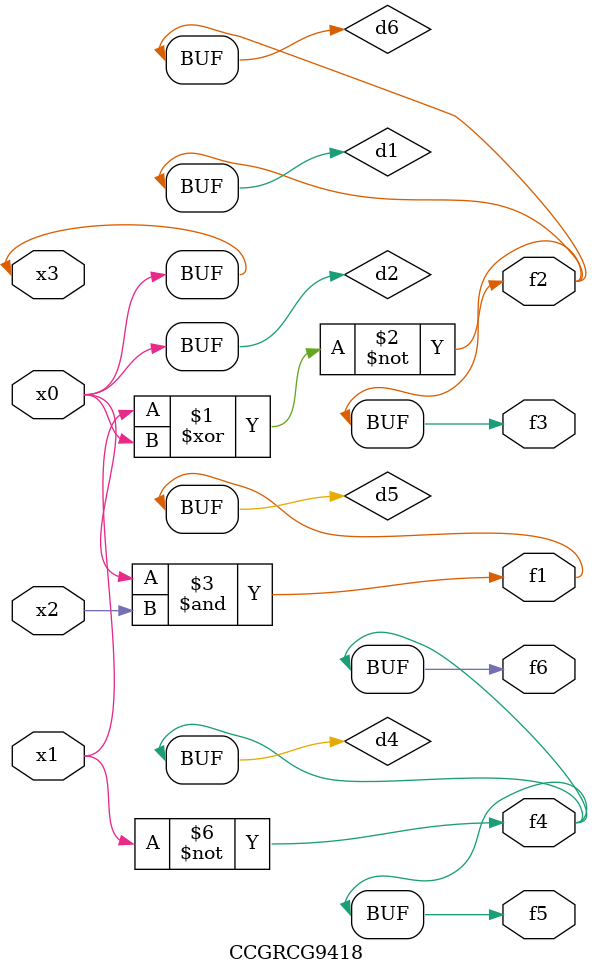
<source format=v>
module CCGRCG9418(
	input x0, x1, x2, x3,
	output f1, f2, f3, f4, f5, f6
);

	wire d1, d2, d3, d4, d5, d6;

	xnor (d1, x1, x3);
	buf (d2, x0, x3);
	nand (d3, x0, x2);
	not (d4, x1);
	nand (d5, d3);
	or (d6, d1);
	assign f1 = d5;
	assign f2 = d6;
	assign f3 = d6;
	assign f4 = d4;
	assign f5 = d4;
	assign f6 = d4;
endmodule

</source>
